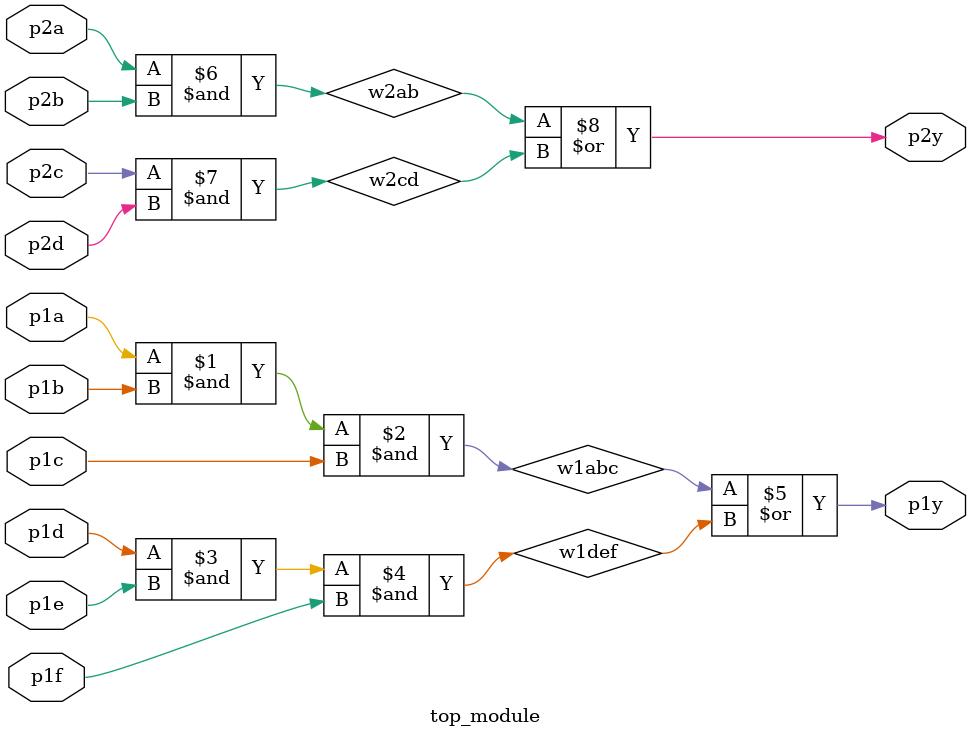
<source format=v>
module top_module (
	input p1a, p1b, p1c, p1d, p1e, p1f,
	output p1y,
	input p2a, p2b, p2c, p2d,
	output p2y);

	wire w1abc; // AND p1a, p1b, p1c
	wire w1def; // AND p1d, p1e, p1f

	assign w1abc = p1a & p1b & p1c;
	assign w1def = p1d & p1e & p1f;
	assign p1y = w1abc | w1def;

	wire w2ab; // AND p2a, p2b;
	wire w2cd; // AND p2c, p2d;

	assign w2ab = p2a & p2b;
	assign w2cd = p2c & p2d;
	assign p2y = w2ab | w2cd;
endmodule
</source>
